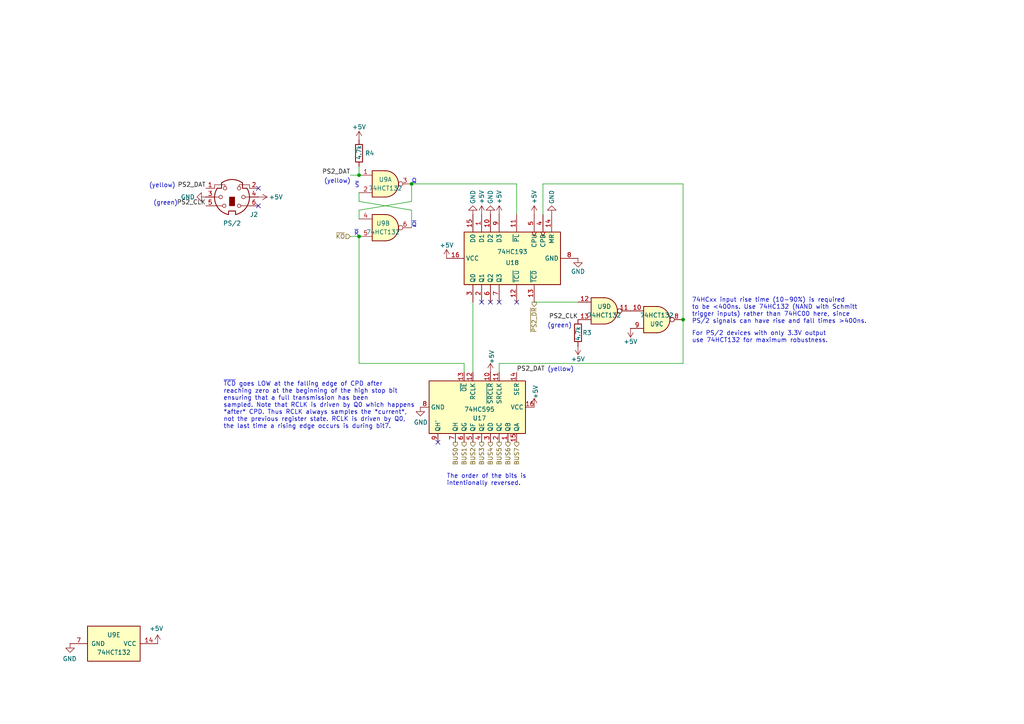
<source format=kicad_sch>
(kicad_sch (version 20250114) (generator "eeschema") (generator_version "9.0")
  (paper "A4")
  (title_block (title "PS/2 Receiver") (date "2025-01-09") (rev "1.4 Redux") (comment 2 "creativecommons.org/licenses/by-nc-sa/4.0/") (comment 3 "This work is licensed under CC BY-NC-SA 4.0") (comment 4 "Author: Carsten Herting (slu4)"))
  (lib_symbols
    (symbol "74xx:74HC595"
      (property "Reference" "U" (at -7.62 13.97 0))
      (property "Value" "74HC595" (at -7.62 -16.51 0))
      (symbol "74HC595_1_0"
        (pin input line (at -10.16 10.16 0) (length 2.54) (name "SER") (number "14"))
        (pin input line (at -10.16 5.08 0) (length 2.54) (name "SRCLK") (number "11"))
        (pin input line (at -10.16 2.54 0) (length 2.54) (name "~{SRCLR}") (number "10"))
        (pin input line (at -10.16 -2.54 0) (length 2.54) (name "RCLK") (number "12"))
        (pin input line (at -10.16 -5.08 0) (length 2.54) (name "~{OE}") (number "13"))
        (pin power_in line (at 0 15.24 270) (length 2.54) (name "VCC") (number "16"))
        (pin power_in line (at 0 -17.78 90) (length 2.54) (name "GND") (number "8"))
        (pin tri_state line (at 10.16 10.16 180) (length 2.54) (name "QA") (number "15"))
        (pin tri_state line (at 10.16 7.62 180) (length 2.54) (name "QB") (number "1"))
        (pin tri_state line (at 10.16 5.08 180) (length 2.54) (name "QC") (number "2"))
        (pin tri_state line (at 10.16 2.54 180) (length 2.54) (name "QD") (number "3"))
        (pin tri_state line (at 10.16 0 180) (length 2.54) (name "QE") (number "4"))
        (pin tri_state line (at 10.16 -2.54 180) (length 2.54) (name "QF") (number "5"))
        (pin tri_state line (at 10.16 -5.08 180) (length 2.54) (name "QG") (number "6"))
        (pin tri_state line (at 10.16 -7.62 180) (length 2.54) (name "QH") (number "7"))
        (pin output line (at 10.16 -12.7 180) (length 2.54) (name "QH'") (number "9"))
      )
      (symbol "74HC595_1_1"
        (rectangle (start -7.62 12.7) (end 7.62 -15.24) (stroke (width 0.254)) (fill (type background)))
      )
    )
    (symbol "8-Bit CPU 32k:74HC132" (pin_names (offset 1.016))
      (property "Reference" "U" (at 0 1.27 0))
      (property "Value" "74HC132" (at 0 -1.27 0))
      (symbol "74HC132_1_1"
        (arc (start 0 3.81) (mid 3.7934 0) (end 0 -3.81) (stroke (width 0.254)) (fill (type background)))
        (polyline (pts (xy 0 3.81) (xy -3.81 3.81) (xy -3.81 -3.81) (xy 0 -3.81)) (stroke (width 0.254)) (fill (type background)))
        (pin input line (at -7.62 2.54 0) (length 3.81) (name "~") (number "1"))
        (pin input line (at -7.62 -2.54 0) (length 3.81) (name "~") (number "2"))
        (pin output inverted (at 7.62 0 180) (length 3.81) (name "~") (number "3"))
      )
      (symbol "74HC132_1_2"
        (arc (start -3.81 3.81) (mid -2.589 0) (end -3.81 -3.81) (stroke (width 0.254)))
        (polyline (pts (xy -3.81 3.81) (xy -0.635 3.81)) (stroke (width 0.254)) (fill (type background)))
        (polyline (pts (xy -3.81 -3.81) (xy -0.635 -3.81)) (stroke (width 0.254)) (fill (type background)))
        (arc (start 3.81 0) (mid 2.1855 -2.584) (end -0.6096 -3.81) (stroke (width 0.254)) (fill (type background)))
        (arc (start -0.6096 3.81) (mid 2.1928 2.5924) (end 3.81 0) (stroke (width 0.254)) (fill (type background)))
        (polyline (pts (xy -0.635 3.81) (xy -3.81 3.81) (xy -3.81 3.81) (xy -3.556 3.4036) (xy -3.0226 2.2606) (xy -2.6924 1.0414) (xy -2.6162 -0.254) (xy -2.7686 -1.4986) (xy -3.175 -2.7178) (xy -3.81 -3.81) (xy -3.81 -3.81) (xy -0.635 -3.81)) (stroke (width -25.4)) (fill (type background)))
        (pin input inverted (at -7.62 2.54 0) (length 4.318) (name "~") (number "1"))
        (pin input inverted (at -7.62 -2.54 0) (length 4.318) (name "~") (number "2"))
        (pin output line (at 7.62 0 180) (length 3.81) (name "~") (number "3"))
      )
      (symbol "74HC132_2_1"
        (arc (start 0 3.81) (mid 3.7934 0) (end 0 -3.81) (stroke (width 0.254)) (fill (type background)))
        (polyline (pts (xy 0 3.81) (xy -3.81 3.81) (xy -3.81 -3.81) (xy 0 -3.81)) (stroke (width 0.254)) (fill (type background)))
        (pin input line (at -7.62 2.54 0) (length 3.81) (name "~") (number "4"))
        (pin input line (at -7.62 -2.54 0) (length 3.81) (name "~") (number "5"))
        (pin output inverted (at 7.62 0 180) (length 3.81) (name "~") (number "6"))
      )
      (symbol "74HC132_2_2"
        (arc (start -3.81 3.81) (mid -2.589 0) (end -3.81 -3.81) (stroke (width 0.254)))
        (polyline (pts (xy -3.81 3.81) (xy -0.635 3.81)) (stroke (width 0.254)) (fill (type background)))
        (polyline (pts (xy -3.81 -3.81) (xy -0.635 -3.81)) (stroke (width 0.254)) (fill (type background)))
        (arc (start 3.81 0) (mid 2.1855 -2.584) (end -0.6096 -3.81) (stroke (width 0.254)) (fill (type background)))
        (arc (start -0.6096 3.81) (mid 2.1928 2.5924) (end 3.81 0) (stroke (width 0.254)) (fill (type background)))
        (polyline (pts (xy -0.635 3.81) (xy -3.81 3.81) (xy -3.81 3.81) (xy -3.556 3.4036) (xy -3.0226 2.2606) (xy -2.6924 1.0414) (xy -2.6162 -0.254) (xy -2.7686 -1.4986) (xy -3.175 -2.7178) (xy -3.81 -3.81) (xy -3.81 -3.81) (xy -0.635 -3.81)) (stroke (width -25.4)) (fill (type background)))
        (pin input inverted (at -7.62 2.54 0) (length 4.318) (name "~") (number "4"))
        (pin input inverted (at -7.62 -2.54 0) (length 4.318) (name "~") (number "5"))
        (pin output line (at 7.62 0 180) (length 3.81) (name "~") (number "6"))
      )
      (symbol "74HC132_3_1"
        (arc (start 0 3.81) (mid 3.7934 0) (end 0 -3.81) (stroke (width 0.254)) (fill (type background)))
        (polyline (pts (xy 0 3.81) (xy -3.81 3.81) (xy -3.81 -3.81) (xy 0 -3.81)) (stroke (width 0.254)) (fill (type background)))
        (pin input line (at -7.62 2.54 0) (length 3.81) (name "~") (number "9"))
        (pin input line (at -7.62 -2.54 0) (length 3.81) (name "~") (number "10"))
        (pin output inverted (at 7.62 0 180) (length 3.81) (name "~") (number "8"))
      )
      (symbol "74HC132_3_2"
        (arc (start -3.81 3.81) (mid -2.589 0) (end -3.81 -3.81) (stroke (width 0.254)))
        (polyline (pts (xy -3.81 3.81) (xy -0.635 3.81)) (stroke (width 0.254)) (fill (type background)))
        (polyline (pts (xy -3.81 -3.81) (xy -0.635 -3.81)) (stroke (width 0.254)) (fill (type background)))
        (arc (start 3.81 0) (mid 2.1855 -2.584) (end -0.6096 -3.81) (stroke (width 0.254)) (fill (type background)))
        (arc (start -0.6096 3.81) (mid 2.1928 2.5924) (end 3.81 0) (stroke (width 0.254)) (fill (type background)))
        (polyline (pts (xy -0.635 3.81) (xy -3.81 3.81) (xy -3.81 3.81) (xy -3.556 3.4036) (xy -3.0226 2.2606) (xy -2.6924 1.0414) (xy -2.6162 -0.254) (xy -2.7686 -1.4986) (xy -3.175 -2.7178) (xy -3.81 -3.81) (xy -3.81 -3.81) (xy -0.635 -3.81)) (stroke (width -25.4)) (fill (type background)))
        (pin input inverted (at -7.62 2.54 0) (length 4.318) (name "~") (number "9"))
        (pin input inverted (at -7.62 -2.54 0) (length 4.318) (name "~") (number "10"))
        (pin output line (at 7.62 0 180) (length 3.81) (name "~") (number "8"))
      )
      (symbol "74HC132_4_1"
        (arc (start 0 3.81) (mid 3.7934 0) (end 0 -3.81) (stroke (width 0.254)) (fill (type background)))
        (polyline (pts (xy 0 3.81) (xy -3.81 3.81) (xy -3.81 -3.81) (xy 0 -3.81)) (stroke (width 0.254)) (fill (type background)))
        (pin input line (at -7.62 2.54 0) (length 3.81) (name "~") (number "12"))
        (pin input line (at -7.62 -2.54 0) (length 3.81) (name "~") (number "13"))
        (pin output inverted (at 7.62 0 180) (length 3.81) (name "~") (number "11"))
      )
      (symbol "74HC132_4_2"
        (arc (start -3.81 3.81) (mid -2.589 0) (end -3.81 -3.81) (stroke (width 0.254)))
        (polyline (pts (xy -3.81 3.81) (xy -0.635 3.81)) (stroke (width 0.254)) (fill (type background)))
        (polyline (pts (xy -3.81 -3.81) (xy -0.635 -3.81)) (stroke (width 0.254)) (fill (type background)))
        (arc (start 3.81 0) (mid 2.1855 -2.584) (end -0.6096 -3.81) (stroke (width 0.254)) (fill (type background)))
        (arc (start -0.6096 3.81) (mid 2.1928 2.5924) (end 3.81 0) (stroke (width 0.254)) (fill (type background)))
        (polyline (pts (xy -0.635 3.81) (xy -3.81 3.81) (xy -3.81 3.81) (xy -3.556 3.4036) (xy -3.0226 2.2606) (xy -2.6924 1.0414) (xy -2.6162 -0.254) (xy -2.7686 -1.4986) (xy -3.175 -2.7178) (xy -3.81 -3.81) (xy -3.81 -3.81) (xy -0.635 -3.81)) (stroke (width -25.4)) (fill (type background)))
        (pin input inverted (at -7.62 2.54 0) (length 4.318) (name "~") (number "12"))
        (pin input inverted (at -7.62 -2.54 0) (length 4.318) (name "~") (number "13"))
        (pin output line (at 7.62 0 180) (length 3.81) (name "~") (number "11"))
      )
      (symbol "74HC132_5_0"
        (pin power_in line (at 0 12.7 270) (length 5.08) (name "VCC") (number "14"))
        (pin power_in line (at 0 -12.7 90) (length 5.08) (name "GND") (number "7"))
      )
      (symbol "74HC132_5_1"
        (rectangle (start -5.08 7.62) (end 5.08 -7.62) (stroke (width 0.254)) (fill (type background)))
      )
    )
    (symbol "8-Bit CPU 32k:74HC193"
      (property "Reference" "U" (at -7.62 13.97 0))
      (property "Value" "74HC193" (at 5.08 13.97 0))
      (symbol "74HC193_1_0"
        (pin input line (at -12.7 10.16 0) (length 5.08) (name "D0") (number "15"))
        (pin input line (at -12.7 7.62 0) (length 5.08) (name "D1") (number "1"))
        (pin input line (at -12.7 5.08 0) (length 5.08) (name "D2") (number "10"))
        (pin input line (at -12.7 2.54 0) (length 5.08) (name "D3") (number "9"))
        (pin input line (at -12.7 -2.54 0) (length 5.08) (name "~{PL}") (number "11"))
        (pin input clock (at -12.7 -7.62 0) (length 5.08) (name "CPU") (number "5"))
        (pin input clock (at -12.7 -10.16 0) (length 5.08) (name "CPD") (number "4"))
        (pin input line (at -12.7 -12.7 0) (length 5.08) (name "MR") (number "14"))
        (pin power_in line (at 0 17.78 270) (length 5.08) (name "VCC") (number "16"))
        (pin power_in line (at 0 -20.32 90) (length 5.08) (name "GND") (number "8"))
        (pin output line (at 12.7 10.16 180) (length 5.08) (name "Q0") (number "3"))
        (pin output line (at 12.7 7.62 180) (length 5.08) (name "Q1") (number "2"))
        (pin output line (at 12.7 5.08 180) (length 5.08) (name "Q2") (number "6"))
        (pin output line (at 12.7 2.54 180) (length 5.08) (name "Q3") (number "7"))
        (pin output line (at 12.7 -2.54 180) (length 5.08) (name "~{TCU}") (number "12"))
        (pin output line (at 12.7 -7.62 180) (length 5.08) (name "~{TCD}") (number "13"))
      )
      (symbol "74HC193_1_1"
        (rectangle (start -7.62 12.7) (end 7.62 -15.24) (stroke (width 0.254)) (fill (type background)))
      )
    )
    (symbol "Connector:Mini-DIN-6" (pin_names (offset 1.016))
      (property "Reference" "J" (at 0 6.35 0))
      (property "Value" "Mini-DIN-6" (at 0 -6.35 0))
      (symbol "Mini-DIN-6_0_1"
        (polyline (pts (xy -4.318 -2.54) (xy -3.048 -2.54) (xy -3.048 -4.064)) (stroke (width 0.254)))
        (polyline (pts (xy -3.81 0) (xy -5.08 0)))
        (circle (center -3.302 0) (radius 0.508))
        (polyline (pts (xy -2.54 2.54) (xy -5.08 2.54)))
        (circle (center -2.032 2.54) (radius 0.508))
        (circle (center -2.032 -2.54) (radius 0.508))
        (polyline (pts (xy -2.032 -3.048) (xy -2.032 -3.556) (xy -5.08 -3.556) (xy -5.08 -2.54)))
        (polyline (pts (xy -1.016 5.08) (xy -1.016 4.064) (xy 1.016 4.064) (xy 1.016 5.08)) (stroke (width 0.254)))
        (rectangle (start -0.762 2.54) (end 0.762 0) (fill (type outline)))
        (arc (start 3.048 -4.064) (mid 0 -5.08) (end -3.048 -4.064) (stroke (width 0.254)))
        (arc (start 1.016 5.08) (mid 4.6646 2.1356) (end 4.318 -2.54) (stroke (width 0.254)))
        (arc (start -4.318 -2.54) (mid -4.6241 2.1181) (end -1.016 5.08) (stroke (width 0.254)))
        (circle (center 2.032 -2.54) (radius 0.508))
        (polyline (pts (xy 2.032 -3.048) (xy 2.032 -3.556) (xy 5.08 -3.556) (xy 5.08 -2.54)))
        (circle (center 2.286 2.54) (radius 0.508))
        (polyline (pts (xy 2.794 2.54) (xy 5.08 2.54)))
        (circle (center 3.302 0) (radius 0.508))
        (polyline (pts (xy 4.318 -2.54) (xy 3.048 -2.54) (xy 3.048 -4.064)) (stroke (width 0.254)))
        (polyline (pts (xy 5.08 0) (xy 3.81 0)))
      )
      (symbol "Mini-DIN-6_1_1"
        (pin passive line (at -7.62 2.54 0) (length 2.54) (name "~") (number "6"))
        (pin passive line (at -7.62 0 0) (length 2.54) (name "~") (number "4"))
        (pin passive line (at -7.62 -2.54 0) (length 2.54) (name "~") (number "2"))
        (pin passive line (at 7.62 2.54 180) (length 2.54) (name "~") (number "5"))
        (pin passive line (at 7.62 0 180) (length 2.54) (name "~") (number "3"))
        (pin passive line (at 7.62 -2.54 180) (length 2.54) (name "~") (number "1"))
      )
    )
    (symbol "Device:R" (pin_numbers (hide yes)) (pin_names (offset 0))
      (property "Reference" "R" (at 2.032 0 90))
      (property "Value" "R" (at 0 0 90))
      (symbol "R_0_1"
        (rectangle (start -1.016 -2.54) (end 1.016 2.54) (stroke (width 0.254)))
      )
      (symbol "R_1_1"
        (pin passive line (at 0 3.81 270) (length 1.27) (name "~") (number "1"))
        (pin passive line (at 0 -3.81 90) (length 1.27) (name "~") (number "2"))
      )
    )
    (symbol "power:+5V" (power) (pin_numbers (hide yes)) (pin_names (offset 0) (hide yes))
      (property "Value" "+5V" (at 0 3.556 0))
      (symbol "+5V_0_1"
        (polyline (pts (xy -0.762 1.27) (xy 0 2.54)))
        (polyline (pts (xy 0 2.54) (xy 0.762 1.27)))
        (polyline (pts (xy 0 0) (xy 0 2.54)))
      )
      (symbol "+5V_1_1"
        (pin power_in line (at 0 0 90) (length 0) (name "~") (number "1"))
      )
    )
    (symbol "power:GND" (power) (pin_numbers (hide yes)) (pin_names (offset 0) (hide yes))
      (property "Value" "GND" (at 0 -3.81 0))
      (symbol "GND_0_1"
        (polyline (pts (xy 0 0) (xy 0 -1.27) (xy 1.27 -1.27) (xy 0 -2.54) (xy -1.27 -1.27) (xy 0 -1.27)))
      )
      (symbol "GND_1_1"
        (pin power_in line (at 0 0 270) (length 0) (name "~") (number "1"))
      )
    )
  )
  (text "(green)" (at 44.45 59.69 0) (effects (font (size 1.27 1.27)) (justify left bottom)))
  (text "(yellow)" (at 158.75 107.95 0) (effects (font (size 1.27 1.27)) (justify left bottom)))
  (text "~{Q}" (at 119.38 66.04 0) (effects (font (size 1.27 1.27)) (justify left bottom)))
  (text "The order of the bits is\nintentionally reversed." (at 129.54 140.97 0) (effects (font (size 1.27 1.27)) (justify left bottom)))
  (text "~{TCD} goes LOW at the falling edge of CPD after\nreaching zero at the beginning of the high stop bit\nensuring that a full transmission has been\nsampled. Note that RCLK is driven by Q0 which happens\n*after* CPD. Thus RCLK always samples the *current*,\nnot the previous register state. RCLK is driven by Q0,\nthe last time a rising edge occurs is during bit7.\n" (at 64.77 124.46 0) (effects (font (size 1.27 1.27)) (justify left bottom)))
  (text "(yellow)" (at 43.18 54.61 0) (effects (font (size 1.27 1.27)) (justify left bottom)))
  (text "For PS/2 devices with only 3.3V output\nuse 74HCT132 for maximum robustness." (at 200.66 97.79 0) (effects (font (size 1.27 1.27)) (justify left)))
  (text "(yellow)" (at 93.98 53.34 0) (effects (font (size 1.27 1.27)) (justify left bottom)))
  (text "(green)" (at 158.75 95.25 0) (effects (font (size 1.27 1.27)) (justify left bottom)))
  (text "Q" (at 119.38 53.34 0) (effects (font (size 1.27 1.27)) (justify left bottom)))
  (text "~{R}" (at 104.14 68.58 0) (effects (font (size 1.27 1.27)) (justify right bottom)))
  (text "~{S}" (at 102.87 54.61 0) (effects (font (size 1.27 1.27)) (justify left bottom)))
  (text "74HCxx input rise time (10-90%) is required\nto be <400ns. Use 74HC132 (NAND with Schmitt \ntrigger inputs) rather than 74HC00 here, since\nPS/2 signals can have rise and fall times >400ns." (at 200.66 93.98 0) (effects (font (size 1.27 1.27)) (justify left bottom)))
  (junction (at 104.14 50.8))
  (junction (at 104.14 68.58))
  (junction (at 119.38 53.34))
  (junction (at 198.12 92.71))
  (no_connect (at 139.7 87.63))
  (no_connect (at 74.93 54.61))
  (no_connect (at 74.93 59.69))
  (no_connect (at 144.78 87.63))
  (no_connect (at 149.86 87.63))
  (no_connect (at 142.24 87.63))
  (no_connect (at 127 128.27))
  (wire (pts (xy 104.14 60.96) (xy 119.38 58.42)))
  (wire (pts (xy 134.62 105.41) (xy 104.14 105.41)))
  (wire (pts (xy 198.12 53.34) (xy 198.12 92.71)))
  (wire (pts (xy 101.6 68.58) (xy 104.14 68.58)))
  (wire (pts (xy 157.48 53.34) (xy 198.12 53.34)))
  (wire (pts (xy 137.16 87.63) (xy 137.16 107.95)))
  (wire (pts (xy 154.94 87.63) (xy 167.64 87.63)))
  (wire (pts (xy 144.78 105.41) (xy 144.78 107.95)))
  (wire (pts (xy 104.14 50.8) (xy 104.14 48.26)))
  (wire (pts (xy 104.14 58.42) (xy 119.38 60.96)))
  (wire (pts (xy 104.14 55.88) (xy 104.14 58.42)))
  (wire (pts (xy 134.62 107.95) (xy 134.62 105.41)))
  (wire (pts (xy 119.38 58.42) (xy 119.38 53.34)))
  (wire (pts (xy 119.38 60.96) (xy 119.38 66.04)))
  (wire (pts (xy 104.14 68.58) (xy 104.14 105.41)))
  (wire (pts (xy 104.14 63.5) (xy 104.14 60.96)))
  (wire (pts (xy 198.12 105.41) (xy 144.78 105.41)))
  (wire (pts (xy 157.48 62.23) (xy 157.48 53.34)))
  (wire (pts (xy 198.12 92.71) (xy 198.12 105.41)))
  (wire (pts (xy 149.86 53.34) (xy 149.86 62.23)))
  (wire (pts (xy 149.86 53.34) (xy 119.38 53.34)))
  (wire (pts (xy 101.6 50.8) (xy 104.14 50.8)))
  (label "PS2_DAT" (at 149.86 107.95 0))
  (label "PS2_CLK" (at 167.64 92.71 180))
  (label "PS2_DAT" (at 59.69 54.61 180))
  (label "PS2_CLK" (at 59.69 59.69 180))
  (label "PS2_DAT" (at 101.6 50.8 180))
  (hierarchical_label "BUS2" (shape output) (at 137.16 128.27 270))
  (hierarchical_label "BUS6" (shape output) (at 147.32 128.27 270))
  (hierarchical_label "BUS4" (shape output) (at 142.24 128.27 270))
  (hierarchical_label "~{PS2_DR}" (shape output) (at 154.94 87.63 270))
  (hierarchical_label "BUS1" (shape output) (at 134.62 128.27 270))
  (hierarchical_label "~{KO}" (shape input) (at 101.6 68.58 180))
  (hierarchical_label "BUS0" (shape output) (at 132.08 128.27 270))
  (hierarchical_label "BUS7" (shape output) (at 149.86 128.27 270))
  (hierarchical_label "BUS5" (shape output) (at 144.78 128.27 270))
  (hierarchical_label "BUS3" (shape output) (at 139.7 128.27 270))
  (symbol (lib_id "8-Bit CPU 32k:74HC132") (at 33.02 186.69 270) (unit 5)
    (property "Reference" "U9" (at 33.02 184.15 90))
    (property "Value" "74HCT132" (at 33.02 189.23 90))
    (property "Footprint" "Package_DIP:DIP-14_W7.62mm_Socket" (effects (hide yes)))
  )
  (symbol (lib_id "power:+5V") (at 154.94 118.11 0) (unit 1)
    (property "Reference" "#PWR055" (effects (hide yes)))
    (property "Value" "+5V" (at 155.321 113.7158 90))
    (property "Description" "Power symbol creates a global label with name \"+5V\"" (effects (hide yes)))
  )
  (symbol (lib_id "power:+5V") (at 74.93 57.15 270) (mirror x) (unit 1)
    (property "Reference" "#PWR045" (effects (hide yes)))
    (property "Value" "+5V" (at 80.01 57.15 90))
    (property "Description" "Power symbol creates a global label with name \"+5V\"" (effects (hide yes)))
  )
  (symbol (lib_id "Connector:Mini-DIN-6") (at 67.31 57.15 180) (unit 1)
    (property "Reference" "J2" (at 73.66 62.23 0))
    (property "Value" "PS/2" (at 67.31 64.77 0))
    (property "Footprint" "ArduinoPC:FP_MINI_DIN_6_PS2" (effects (hide yes)))
    (property "Datasheet" "http://service.powerdynamics.com/ec/Catalog17/Section%2011.pdf" (effects (hide yes)))
    (property "Description" "6-pin Mini-DIN connector" (effects (hide yes)))
  )
  (symbol (lib_id "power:GND") (at 137.16 62.23 0) (mirror x) (unit 1)
    (property "Reference" "#PWR049" (effects (hide yes)))
    (property "Value" "GND" (at 137.16 57.15 90))
    (property "Description" "Power symbol creates a global label with name \"GND\" , ground" (effects (hide yes)))
  )
  (symbol (lib_id "Device:R") (at 167.64 96.52 0) (mirror x) (unit 1)
    (property "Reference" "R3" (at 168.91 96.52 0) (effects (justify left)))
    (property "Value" "4.7k" (at 167.64 94.615 90) (effects (justify left)))
    (property "Footprint" "Resistor_THT:R_Axial_DIN0207_L6.3mm_D2.5mm_P7.62mm_Horizontal" (effects (hide yes)))
    (property "Description" "Resistor" (effects (hide yes)))
  )
  (symbol (lib_id "8-Bit CPU 32k:74HC132") (at 190.5 92.71 0) (mirror x) (unit 3)
    (property "Reference" "U9" (at 190.5 93.98 0))
    (property "Value" "74HCT132" (at 190.5 91.44 0))
    (property "Footprint" "Package_DIP:DIP-14_W7.62mm_Socket" (effects (hide yes)))
  )
  (symbol (lib_id "power:+5V") (at 142.24 107.95 0) (unit 1)
    (property "Reference" "#PWR052" (effects (hide yes)))
    (property "Value" "+5V" (at 142.621 103.5558 90))
    (property "Description" "Power symbol creates a global label with name \"+5V\"" (effects (hide yes)))
  )
  (symbol (lib_id "power:GND") (at 167.64 74.93 0) (mirror y) (unit 1)
    (property "Reference" "#PWR057" (effects (hide yes)))
    (property "Value" "GND" (at 167.64 78.74 0))
    (property "Description" "Power symbol creates a global label with name \"GND\" , ground" (effects (hide yes)))
  )
  (symbol (lib_id "power:+5V") (at 167.64 100.33 0) (mirror x) (unit 1)
    (property "Reference" "#PWR058" (effects (hide yes)))
    (property "Value" "+5V" (at 167.64 104.14 0))
    (property "Description" "Power symbol creates a global label with name \"+5V\"" (effects (hide yes)))
  )
  (symbol (lib_id "power:+5V") (at 45.72 186.69 0) (mirror y) (unit 1)
    (property "Reference" "#PWR043" (effects (hide yes)))
    (property "Value" "+5V" (at 45.339 182.2958 0))
    (property "Description" "Power symbol creates a global label with name \"+5V\"" (effects (hide yes)))
  )
  (symbol (lib_id "74xx:74HC595") (at 139.7 118.11 270) (unit 1)
    (property "Reference" "U17" (at 139.065 121.285 90))
    (property "Value" "74HC595" (at 139.065 118.745 90))
    (property "Footprint" "Package_DIP:DIP-16_W7.62mm_Socket" (effects (hide yes)))
    (property "Datasheet" "http://www.ti.com/lit/ds/symlink/sn74hc595.pdf" (effects (hide yes)))
    (property "Description" "8-bit serial in/out Shift Register 3-State Outputs" (effects (hide yes)))
  )
  (symbol (lib_id "8-Bit CPU 32k:74HC132") (at 175.26 90.17 0) (unit 4)
    (property "Reference" "U9" (at 175.26 88.9 0))
    (property "Value" "74HCT132" (at 175.26 91.44 0))
    (property "Footprint" "Package_DIP:DIP-14_W7.62mm_Socket" (effects (hide yes)))
  )
  (symbol (lib_id "power:GND") (at 20.32 186.69 0) (mirror y) (unit 1)
    (property "Reference" "#PWR042" (effects (hide yes)))
    (property "Value" "GND" (at 20.193 191.0842 0))
    (property "Description" "Power symbol creates a global label with name \"GND\" , ground" (effects (hide yes)))
  )
  (symbol (lib_id "power:GND") (at 121.92 118.11 0) (unit 1)
    (property "Reference" "#PWR047" (effects (hide yes)))
    (property "Value" "GND" (at 122.047 122.5042 0))
    (property "Description" "Power symbol creates a global label with name \"GND\" , ground" (effects (hide yes)))
  )
  (symbol (lib_id "power:+5V") (at 104.14 40.64 0) (mirror y) (unit 1)
    (property "Reference" "#PWR046" (effects (hide yes)))
    (property "Value" "+5V" (at 104.14 36.83 0))
    (property "Description" "Power symbol creates a global label with name \"+5V\"" (effects (hide yes)))
  )
  (symbol (lib_id "power:+5V") (at 129.54 74.93 0) (mirror y) (unit 1)
    (property "Reference" "#PWR048" (effects (hide yes)))
    (property "Value" "+5V" (at 129.54 71.12 0))
    (property "Description" "Power symbol creates a global label with name \"+5V\"" (effects (hide yes)))
  )
  (symbol (lib_id "power:+5V") (at 144.78 62.23 0) (mirror y) (unit 1)
    (property "Reference" "#PWR053" (effects (hide yes)))
    (property "Value" "+5V" (at 144.78 57.15 90))
    (property "Description" "Power symbol creates a global label with name \"+5V\"" (effects (hide yes)))
  )
  (symbol (lib_id "power:+5V") (at 154.94 62.23 0) (mirror y) (unit 1)
    (property "Reference" "#PWR054" (effects (hide yes)))
    (property "Value" "+5V" (at 154.94 57.15 90))
    (property "Description" "Power symbol creates a global label with name \"+5V\"" (effects (hide yes)))
  )
  (symbol (lib_id "8-Bit CPU 32k:74HC132") (at 111.76 66.04 0) (unit 2)
    (property "Reference" "U9" (at 111.125 64.77 0))
    (property "Value" "74HCT132" (at 111.125 67.31 0))
    (property "Footprint" "Package_DIP:DIP-14_W7.62mm_Socket" (effects (hide yes)))
  )
  (symbol (lib_id "power:GND") (at 142.24 62.23 0) (mirror x) (unit 1)
    (property "Reference" "#PWR051" (effects (hide yes)))
    (property "Value" "GND" (at 142.24 57.15 90))
    (property "Description" "Power symbol creates a global label with name \"GND\" , ground" (effects (hide yes)))
  )
  (symbol (lib_id "8-Bit CPU 32k:74HC193") (at 147.32 74.93 90) (mirror x) (unit 1)
    (property "Reference" "U18" (at 148.59 76.2 90))
    (property "Value" "74HC193" (at 148.59 73.025 90))
    (property "Footprint" "Package_DIP:DIP-16_W7.62mm_Socket" (effects (hide yes)))
    (property "Datasheet" "http://www.ti.com/lit/ds/symlink/sn74ls193.pdf" (effects (hide yes)))
    (property "Description" "Synchronous 4-bit Up/Down (2 clk) counter" (effects (hide yes)))
  )
  (symbol (lib_id "Device:R") (at 104.14 44.45 0) (mirror y) (unit 1)
    (property "Reference" "R4" (at 108.585 44.45 0) (effects (justify left)))
    (property "Value" "4.7k" (at 104.14 46.355 90) (effects (justify left)))
    (property "Footprint" "Resistor_THT:R_Axial_DIN0207_L6.3mm_D2.5mm_P7.62mm_Horizontal" (effects (hide yes)))
    (property "Description" "Resistor" (effects (hide yes)))
  )
  (symbol (lib_id "power:+5V") (at 139.7 62.23 0) (mirror y) (unit 1)
    (property "Reference" "#PWR050" (effects (hide yes)))
    (property "Value" "+5V" (at 139.7 57.15 90))
    (property "Description" "Power symbol creates a global label with name \"+5V\"" (effects (hide yes)))
  )
  (symbol (lib_id "power:+5V") (at 182.88 95.25 0) (mirror x) (unit 1)
    (property "Reference" "#PWR059" (effects (hide yes)))
    (property "Value" "+5V" (at 182.88 99.06 0))
    (property "Description" "Power symbol creates a global label with name \"+5V\"" (effects (hide yes)))
  )
  (symbol (lib_id "8-Bit CPU 32k:74HC132") (at 111.76 53.34 0) (unit 1)
    (property "Reference" "U9" (at 111.76 52.07 0))
    (property "Value" "74HCT132" (at 111.76 54.61 0))
    (property "Footprint" "Package_DIP:DIP-14_W7.62mm_Socket" (effects (hide yes)))
  )
  (symbol (lib_id "power:GND") (at 160.02 62.23 0) (mirror x) (unit 1)
    (property "Reference" "#PWR056" (effects (hide yes)))
    (property "Value" "GND" (at 160.02 57.15 90))
    (property "Description" "Power symbol creates a global label with name \"GND\" , ground" (effects (hide yes)))
  )
  (symbol (lib_id "power:GND") (at 59.69 57.15 270) (unit 1)
    (property "Reference" "#PWR044" (effects (hide yes)))
    (property "Value" "GND" (at 56.515 57.15 90) (effects (justify right)))
    (property "Description" "Power symbol creates a global label with name \"GND\" , ground" (effects (hide yes)))
  )
)
</source>
